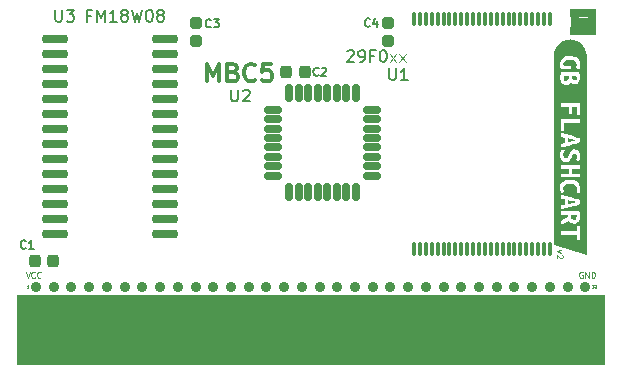
<source format=gbr>
%TF.GenerationSoftware,KiCad,Pcbnew,(6.0.2)*%
%TF.CreationDate,2022-03-22T22:46:16-04:00*%
%TF.ProjectId,MBC5_Short,4d424335-5f53-4686-9f72-742e6b696361,rev?*%
%TF.SameCoordinates,Original*%
%TF.FileFunction,Soldermask,Top*%
%TF.FilePolarity,Negative*%
%FSLAX46Y46*%
G04 Gerber Fmt 4.6, Leading zero omitted, Abs format (unit mm)*
G04 Created by KiCad (PCBNEW (6.0.2)) date 2022-03-22 22:46:16*
%MOMM*%
%LPD*%
G01*
G04 APERTURE LIST*
G04 Aperture macros list*
%AMRoundRect*
0 Rectangle with rounded corners*
0 $1 Rounding radius*
0 $2 $3 $4 $5 $6 $7 $8 $9 X,Y pos of 4 corners*
0 Add a 4 corners polygon primitive as box body*
4,1,4,$2,$3,$4,$5,$6,$7,$8,$9,$2,$3,0*
0 Add four circle primitives for the rounded corners*
1,1,$1+$1,$2,$3*
1,1,$1+$1,$4,$5*
1,1,$1+$1,$6,$7*
1,1,$1+$1,$8,$9*
0 Add four rect primitives between the rounded corners*
20,1,$1+$1,$2,$3,$4,$5,0*
20,1,$1+$1,$4,$5,$6,$7,0*
20,1,$1+$1,$6,$7,$8,$9,0*
20,1,$1+$1,$8,$9,$2,$3,0*%
G04 Aperture macros list end*
%ADD10C,0.125000*%
%ADD11C,0.100000*%
%ADD12C,0.056250*%
%ADD13C,0.200000*%
%ADD14C,0.140000*%
%ADD15C,0.300000*%
%ADD16RoundRect,0.050800X0.125000X-0.550000X0.125000X0.550000X-0.125000X0.550000X-0.125000X-0.550000X0*%
%ADD17RoundRect,0.275800X-0.250000X0.225000X-0.250000X-0.225000X0.250000X-0.225000X0.250000X0.225000X0*%
%ADD18RoundRect,0.275800X-0.225000X-0.250000X0.225000X-0.250000X0.225000X0.250000X-0.225000X0.250000X0*%
%ADD19R,2.250000X0.750000*%
%ADD20R,0.750000X2.250000*%
%ADD21RoundRect,0.200800X-0.875000X-0.150000X0.875000X-0.150000X0.875000X0.150000X-0.875000X0.150000X0*%
%ADD22RoundRect,0.175800X0.125000X-0.625000X0.125000X0.625000X-0.125000X0.625000X-0.125000X-0.625000X0*%
%ADD23RoundRect,0.175800X0.625000X-0.125000X0.625000X0.125000X-0.625000X0.125000X-0.625000X-0.125000X0*%
%ADD24C,0.901600*%
G04 APERTURE END LIST*
D10*
X156703333Y-91192380D02*
X157227142Y-90525714D01*
X156703333Y-90525714D02*
X157227142Y-91192380D01*
X157512857Y-91192380D02*
X158036666Y-90525714D01*
X157512857Y-90525714D02*
X158036666Y-91192380D01*
D11*
X171167142Y-107082857D02*
X170833809Y-107201904D01*
X171167142Y-107320952D01*
X171286190Y-107487619D02*
X171310000Y-107511428D01*
X171333809Y-107559047D01*
X171333809Y-107678095D01*
X171310000Y-107725714D01*
X171286190Y-107749523D01*
X171238571Y-107773333D01*
X171190952Y-107773333D01*
X171119523Y-107749523D01*
X170833809Y-107463809D01*
X170833809Y-107773333D01*
D12*
X126101428Y-110303095D02*
X125958571Y-110303095D01*
X126030000Y-110303095D02*
X126030000Y-110053095D01*
X126006190Y-110088809D01*
X125982380Y-110112619D01*
X125958571Y-110124523D01*
D11*
X125863333Y-108936190D02*
X126030000Y-109436190D01*
X126196666Y-108936190D01*
X126649047Y-109388571D02*
X126625238Y-109412380D01*
X126553809Y-109436190D01*
X126506190Y-109436190D01*
X126434761Y-109412380D01*
X126387142Y-109364761D01*
X126363333Y-109317142D01*
X126339523Y-109221904D01*
X126339523Y-109150476D01*
X126363333Y-109055238D01*
X126387142Y-109007619D01*
X126434761Y-108960000D01*
X126506190Y-108936190D01*
X126553809Y-108936190D01*
X126625238Y-108960000D01*
X126649047Y-108983809D01*
X127149047Y-109388571D02*
X127125238Y-109412380D01*
X127053809Y-109436190D01*
X127006190Y-109436190D01*
X126934761Y-109412380D01*
X126887142Y-109364761D01*
X126863333Y-109317142D01*
X126839523Y-109221904D01*
X126839523Y-109150476D01*
X126863333Y-109055238D01*
X126887142Y-109007619D01*
X126934761Y-108960000D01*
X127006190Y-108936190D01*
X127053809Y-108936190D01*
X127125238Y-108960000D01*
X127149047Y-108983809D01*
D12*
X173797619Y-110053095D02*
X173952380Y-110053095D01*
X173869047Y-110148333D01*
X173904761Y-110148333D01*
X173928571Y-110160238D01*
X173940476Y-110172142D01*
X173952380Y-110195952D01*
X173952380Y-110255476D01*
X173940476Y-110279285D01*
X173928571Y-110291190D01*
X173904761Y-110303095D01*
X173833333Y-110303095D01*
X173809523Y-110291190D01*
X173797619Y-110279285D01*
X174047619Y-110076904D02*
X174059523Y-110065000D01*
X174083333Y-110053095D01*
X174142857Y-110053095D01*
X174166666Y-110065000D01*
X174178571Y-110076904D01*
X174190476Y-110100714D01*
X174190476Y-110124523D01*
X174178571Y-110160238D01*
X174035714Y-110303095D01*
X174190476Y-110303095D01*
D11*
X173019047Y-108960000D02*
X172971428Y-108936190D01*
X172900000Y-108936190D01*
X172828571Y-108960000D01*
X172780952Y-109007619D01*
X172757142Y-109055238D01*
X172733333Y-109150476D01*
X172733333Y-109221904D01*
X172757142Y-109317142D01*
X172780952Y-109364761D01*
X172828571Y-109412380D01*
X172900000Y-109436190D01*
X172947619Y-109436190D01*
X173019047Y-109412380D01*
X173042857Y-109388571D01*
X173042857Y-109221904D01*
X172947619Y-109221904D01*
X173257142Y-109436190D02*
X173257142Y-108936190D01*
X173542857Y-109436190D01*
X173542857Y-108936190D01*
X173780952Y-109436190D02*
X173780952Y-108936190D01*
X173900000Y-108936190D01*
X173971428Y-108960000D01*
X174019047Y-109007619D01*
X174042857Y-109055238D01*
X174066666Y-109150476D01*
X174066666Y-109221904D01*
X174042857Y-109317142D01*
X174019047Y-109364761D01*
X173971428Y-109412380D01*
X173900000Y-109436190D01*
X173780952Y-109436190D01*
D13*
%TO.C,U1*%
X156658095Y-91692380D02*
X156658095Y-92501904D01*
X156705714Y-92597142D01*
X156753333Y-92644761D01*
X156848571Y-92692380D01*
X157039047Y-92692380D01*
X157134285Y-92644761D01*
X157181904Y-92597142D01*
X157229523Y-92501904D01*
X157229523Y-91692380D01*
X158229523Y-92692380D02*
X157658095Y-92692380D01*
X157943809Y-92692380D02*
X157943809Y-91692380D01*
X157848571Y-91835238D01*
X157753333Y-91930476D01*
X157658095Y-91978095D01*
X153090476Y-90257619D02*
X153138095Y-90210000D01*
X153233333Y-90162380D01*
X153471428Y-90162380D01*
X153566666Y-90210000D01*
X153614285Y-90257619D01*
X153661904Y-90352857D01*
X153661904Y-90448095D01*
X153614285Y-90590952D01*
X153042857Y-91162380D01*
X153661904Y-91162380D01*
X154138095Y-91162380D02*
X154328571Y-91162380D01*
X154423809Y-91114761D01*
X154471428Y-91067142D01*
X154566666Y-90924285D01*
X154614285Y-90733809D01*
X154614285Y-90352857D01*
X154566666Y-90257619D01*
X154519047Y-90210000D01*
X154423809Y-90162380D01*
X154233333Y-90162380D01*
X154138095Y-90210000D01*
X154090476Y-90257619D01*
X154042857Y-90352857D01*
X154042857Y-90590952D01*
X154090476Y-90686190D01*
X154138095Y-90733809D01*
X154233333Y-90781428D01*
X154423809Y-90781428D01*
X154519047Y-90733809D01*
X154566666Y-90686190D01*
X154614285Y-90590952D01*
X155376190Y-90638571D02*
X155042857Y-90638571D01*
X155042857Y-91162380D02*
X155042857Y-90162380D01*
X155519047Y-90162380D01*
X156090476Y-90162380D02*
X156185714Y-90162380D01*
X156280952Y-90210000D01*
X156328571Y-90257619D01*
X156376190Y-90352857D01*
X156423809Y-90543333D01*
X156423809Y-90781428D01*
X156376190Y-90971904D01*
X156328571Y-91067142D01*
X156280952Y-91114761D01*
X156185714Y-91162380D01*
X156090476Y-91162380D01*
X155995238Y-91114761D01*
X155947619Y-91067142D01*
X155900000Y-90971904D01*
X155852380Y-90781428D01*
X155852380Y-90543333D01*
X155900000Y-90352857D01*
X155947619Y-90257619D01*
X155995238Y-90210000D01*
X156090476Y-90162380D01*
D14*
%TO.C,C3*%
X141543333Y-88170000D02*
X141510000Y-88203333D01*
X141410000Y-88236666D01*
X141343333Y-88236666D01*
X141243333Y-88203333D01*
X141176666Y-88136666D01*
X141143333Y-88070000D01*
X141110000Y-87936666D01*
X141110000Y-87836666D01*
X141143333Y-87703333D01*
X141176666Y-87636666D01*
X141243333Y-87570000D01*
X141343333Y-87536666D01*
X141410000Y-87536666D01*
X141510000Y-87570000D01*
X141543333Y-87603333D01*
X141776666Y-87536666D02*
X142210000Y-87536666D01*
X141976666Y-87803333D01*
X142076666Y-87803333D01*
X142143333Y-87836666D01*
X142176666Y-87870000D01*
X142210000Y-87936666D01*
X142210000Y-88103333D01*
X142176666Y-88170000D01*
X142143333Y-88203333D01*
X142076666Y-88236666D01*
X141876666Y-88236666D01*
X141810000Y-88203333D01*
X141776666Y-88170000D01*
%TO.C,C1*%
X125873333Y-106900000D02*
X125840000Y-106933333D01*
X125740000Y-106966666D01*
X125673333Y-106966666D01*
X125573333Y-106933333D01*
X125506666Y-106866666D01*
X125473333Y-106800000D01*
X125440000Y-106666666D01*
X125440000Y-106566666D01*
X125473333Y-106433333D01*
X125506666Y-106366666D01*
X125573333Y-106300000D01*
X125673333Y-106266666D01*
X125740000Y-106266666D01*
X125840000Y-106300000D01*
X125873333Y-106333333D01*
X126540000Y-106966666D02*
X126140000Y-106966666D01*
X126340000Y-106966666D02*
X126340000Y-106266666D01*
X126273333Y-106366666D01*
X126206666Y-106433333D01*
X126140000Y-106466666D01*
%TO.C,C2*%
X150663333Y-92270000D02*
X150630000Y-92303333D01*
X150530000Y-92336666D01*
X150463333Y-92336666D01*
X150363333Y-92303333D01*
X150296666Y-92236666D01*
X150263333Y-92170000D01*
X150230000Y-92036666D01*
X150230000Y-91936666D01*
X150263333Y-91803333D01*
X150296666Y-91736666D01*
X150363333Y-91670000D01*
X150463333Y-91636666D01*
X150530000Y-91636666D01*
X150630000Y-91670000D01*
X150663333Y-91703333D01*
X150930000Y-91703333D02*
X150963333Y-91670000D01*
X151030000Y-91636666D01*
X151196666Y-91636666D01*
X151263333Y-91670000D01*
X151296666Y-91703333D01*
X151330000Y-91770000D01*
X151330000Y-91836666D01*
X151296666Y-91936666D01*
X150896666Y-92336666D01*
X151330000Y-92336666D01*
%TO.C,kibuzzard-622CFB3C*%
G36*
X171967381Y-102891808D02*
G01*
X172128472Y-102928479D01*
X172290873Y-102970389D01*
X172465062Y-103018848D01*
X172290873Y-103067306D01*
X172128472Y-103109216D01*
X171967381Y-103144578D01*
X171799741Y-103176010D01*
X171799741Y-102859066D01*
X171967381Y-102891808D01*
G37*
G36*
X171967381Y-97653058D02*
G01*
X172128472Y-97689729D01*
X172290873Y-97731639D01*
X172465062Y-97780098D01*
X172290873Y-97828556D01*
X172128472Y-97870466D01*
X171967381Y-97905828D01*
X171799741Y-97937260D01*
X171799741Y-97620316D01*
X171967381Y-97653058D01*
G37*
G36*
X170584940Y-90513524D02*
G01*
X170604981Y-90378421D01*
X170638168Y-90245934D01*
X170684180Y-90117337D01*
X170742576Y-89993869D01*
X170812793Y-89876719D01*
X170894154Y-89767017D01*
X170985876Y-89665817D01*
X171087076Y-89574095D01*
X171196779Y-89492733D01*
X171313928Y-89422517D01*
X171437396Y-89364121D01*
X171565993Y-89318108D01*
X171698481Y-89284922D01*
X171833584Y-89264881D01*
X171970000Y-89258179D01*
X172106416Y-89264881D01*
X172241519Y-89284922D01*
X172374007Y-89318108D01*
X172502604Y-89364121D01*
X172626072Y-89422517D01*
X172743221Y-89492733D01*
X172852924Y-89574095D01*
X172954124Y-89665817D01*
X173045846Y-89767017D01*
X173127207Y-89876719D01*
X173197424Y-89993869D01*
X173255820Y-90117337D01*
X173301832Y-90245934D01*
X173335019Y-90378421D01*
X173355060Y-90513524D01*
X173361761Y-90649941D01*
X173361761Y-107501821D01*
X170578239Y-106666764D01*
X170578239Y-105803243D01*
X171157994Y-105803243D01*
X172512211Y-105803243D01*
X172512211Y-106230201D01*
X172779387Y-106230201D01*
X172779387Y-105051483D01*
X172512211Y-105051483D01*
X172512211Y-105478441D01*
X171157994Y-105478441D01*
X171157994Y-105803243D01*
X170578239Y-105803243D01*
X170578239Y-104957185D01*
X171157994Y-104957185D01*
X171329563Y-104882533D01*
X171510300Y-104792165D01*
X171683178Y-104695248D01*
X171833793Y-104600950D01*
X171907790Y-104715548D01*
X172009291Y-104792165D01*
X172131092Y-104835384D01*
X172265989Y-104849791D01*
X172393356Y-104838986D01*
X172503043Y-104806571D01*
X172669373Y-104682151D01*
X172726345Y-104593092D01*
X172766290Y-104488317D01*
X172789864Y-104369135D01*
X172797723Y-104236857D01*
X172795103Y-104145179D01*
X172788555Y-104035165D01*
X172775458Y-103921222D01*
X172755813Y-103817757D01*
X171157994Y-103817757D01*
X171157994Y-104139940D01*
X171755211Y-104139940D01*
X171755211Y-104307580D01*
X171606889Y-104396311D01*
X171460532Y-104479149D01*
X171312209Y-104554129D01*
X171157994Y-104619286D01*
X171157994Y-104957185D01*
X170578239Y-104957185D01*
X170578239Y-103652736D01*
X171157994Y-103652736D01*
X171341821Y-103609517D01*
X171520306Y-103565773D01*
X171693446Y-103521506D01*
X171861244Y-103476714D01*
X172023697Y-103431399D01*
X172220723Y-103374346D01*
X172412347Y-103317129D01*
X172598568Y-103259748D01*
X172779387Y-103202204D01*
X172779387Y-102851208D01*
X172600042Y-102795710D01*
X172415621Y-102739229D01*
X172226126Y-102681767D01*
X172031555Y-102623322D01*
X171870464Y-102576278D01*
X171702562Y-102529444D01*
X171527850Y-102482819D01*
X171346327Y-102436403D01*
X171157994Y-102390198D01*
X171157994Y-102725478D01*
X171532564Y-102798820D01*
X171532564Y-103231017D01*
X171157994Y-103306979D01*
X171157994Y-103652736D01*
X170578239Y-103652736D01*
X170578239Y-101832271D01*
X171123942Y-101832271D01*
X171132782Y-101975354D01*
X171159303Y-102100757D01*
X171236575Y-102285423D01*
X171490654Y-102204222D01*
X171433028Y-102071944D01*
X171404215Y-101863703D01*
X171441214Y-101676745D01*
X171552210Y-101550688D01*
X171665279Y-101497573D01*
X171807162Y-101465704D01*
X171977858Y-101455081D01*
X172124543Y-101463921D01*
X172245034Y-101490442D01*
X172416603Y-101582120D01*
X172508282Y-101710470D01*
X172535785Y-101858465D01*
X172508282Y-102053608D01*
X172441488Y-102198983D01*
X172698186Y-102282803D01*
X172729619Y-102229106D01*
X172768909Y-102141357D01*
X172801652Y-102019556D01*
X172816058Y-101863703D01*
X172801979Y-101710142D01*
X172759742Y-101569024D01*
X172690328Y-101443294D01*
X172594721Y-101335899D01*
X172473902Y-101248478D01*
X172328854Y-101182666D01*
X172160560Y-101141411D01*
X171970000Y-101127659D01*
X171778622Y-101138955D01*
X171610491Y-101172843D01*
X171465607Y-101229323D01*
X171343969Y-101308396D01*
X171221732Y-101446932D01*
X171148389Y-101621557D01*
X171123942Y-101832271D01*
X170578239Y-101832271D01*
X170578239Y-100939064D01*
X171157994Y-100939064D01*
X172779387Y-100939064D01*
X172779387Y-100616881D01*
X172140259Y-100616881D01*
X172140259Y-100187303D01*
X172779387Y-100187303D01*
X172779387Y-99865120D01*
X171157994Y-99865120D01*
X171157994Y-100187303D01*
X171873083Y-100187303D01*
X171873083Y-100616881D01*
X171157994Y-100616881D01*
X171157994Y-100939064D01*
X170578239Y-100939064D01*
X170578239Y-99045256D01*
X171123942Y-99045256D01*
X171137766Y-99229049D01*
X171179240Y-99378790D01*
X171248362Y-99494479D01*
X171398649Y-99605475D01*
X171600668Y-99642473D01*
X171722796Y-99631341D01*
X171822005Y-99597944D01*
X171968690Y-99484001D01*
X172062988Y-99332077D01*
X172127163Y-99173605D01*
X172166453Y-99072759D01*
X172214912Y-98981081D01*
X172277777Y-98914287D01*
X172360287Y-98888093D01*
X172463607Y-98916615D01*
X172525599Y-99002182D01*
X172546263Y-99144792D01*
X172520069Y-99329458D01*
X172457204Y-99474833D01*
X172706044Y-99569131D01*
X172782006Y-99381845D01*
X172807545Y-99261027D01*
X172816058Y-99121218D01*
X172801797Y-98960708D01*
X172759014Y-98824937D01*
X172687709Y-98713905D01*
X172534475Y-98602909D01*
X172331474Y-98565910D01*
X172138950Y-98607820D01*
X172009291Y-98713905D01*
X171922851Y-98856661D01*
X171862606Y-99008585D01*
X171816767Y-99118598D01*
X171761760Y-99218135D01*
X171692346Y-99291477D01*
X171603288Y-99320290D01*
X171526016Y-99308503D01*
X171457912Y-99265283D01*
X171410763Y-99180154D01*
X171393738Y-99045256D01*
X171402905Y-98914614D01*
X171430409Y-98805583D01*
X171508990Y-98636633D01*
X171247053Y-98542336D01*
X171167162Y-98723073D01*
X171134747Y-98863864D01*
X171123942Y-99045256D01*
X170578239Y-99045256D01*
X170578239Y-98413986D01*
X171157994Y-98413986D01*
X171341821Y-98370767D01*
X171520306Y-98327023D01*
X171693446Y-98282756D01*
X171861244Y-98237964D01*
X172023697Y-98192649D01*
X172220723Y-98135596D01*
X172412347Y-98078379D01*
X172598568Y-98020998D01*
X172779387Y-97963454D01*
X172779387Y-97612458D01*
X172600042Y-97556960D01*
X172415621Y-97500479D01*
X172226126Y-97443017D01*
X172031555Y-97384572D01*
X171870464Y-97337528D01*
X171702562Y-97290694D01*
X171527850Y-97244069D01*
X171346327Y-97197653D01*
X171157994Y-97151448D01*
X171157994Y-97486728D01*
X171532564Y-97560070D01*
X171532564Y-97992267D01*
X171157994Y-98068229D01*
X171157994Y-98413986D01*
X170578239Y-98413986D01*
X170578239Y-97023098D01*
X171157994Y-97023098D01*
X171425170Y-97023098D01*
X171425170Y-96328964D01*
X172779387Y-96328964D01*
X172779387Y-96004161D01*
X171157994Y-96004161D01*
X171157994Y-97023098D01*
X170578239Y-97023098D01*
X170578239Y-94995702D01*
X171157994Y-94995702D01*
X171852128Y-94995702D01*
X171852128Y-95582442D01*
X172119304Y-95582442D01*
X172119304Y-94995702D01*
X172512211Y-94995702D01*
X172512211Y-95666262D01*
X172779387Y-95666262D01*
X172779387Y-94673519D01*
X171157994Y-94673519D01*
X171157994Y-94995702D01*
X170578239Y-94995702D01*
X170578239Y-92481102D01*
X171137039Y-92481102D01*
X171143260Y-92610434D01*
X171161923Y-92731252D01*
X171195320Y-92839956D01*
X171245743Y-92932944D01*
X171402905Y-93067842D01*
X171513246Y-93105168D01*
X171647817Y-93117610D01*
X171757831Y-93102876D01*
X171862606Y-93058674D01*
X171954284Y-92973217D01*
X172025007Y-92834718D01*
X172166453Y-92985332D01*
X172262060Y-93027569D01*
X172370764Y-93041648D01*
X172522688Y-93018074D01*
X172660205Y-92929015D01*
X172759742Y-92748278D01*
X172788227Y-92616000D01*
X172797723Y-92449670D01*
X172785935Y-92232261D01*
X172758432Y-92030570D01*
X171184188Y-92030570D01*
X171163560Y-92143857D01*
X171148826Y-92258455D01*
X171139986Y-92371743D01*
X171137039Y-92481102D01*
X170578239Y-92481102D01*
X170578239Y-91312861D01*
X171123942Y-91312861D01*
X171130490Y-91472970D01*
X171150136Y-91607540D01*
X171197284Y-91786968D01*
X172006671Y-91786968D01*
X172006671Y-91464785D01*
X171414693Y-91464785D01*
X171406834Y-91401920D01*
X171404215Y-91339055D01*
X171438594Y-91182547D01*
X171541732Y-91069259D01*
X171650436Y-91018327D01*
X171793192Y-90987767D01*
X171970000Y-90977581D01*
X172090164Y-90983147D01*
X172199195Y-90999845D01*
X172377313Y-91073188D01*
X172493875Y-91202847D01*
X172535785Y-91396681D01*
X172506972Y-91569560D01*
X172441488Y-91711006D01*
X172698186Y-91794826D01*
X172729619Y-91741129D01*
X172768909Y-91650760D01*
X172801652Y-91521101D01*
X172816058Y-91352151D01*
X172802634Y-91210050D01*
X172762361Y-91077117D01*
X172695239Y-90957281D01*
X172601269Y-90854470D01*
X172481106Y-90769995D01*
X172335403Y-90705166D01*
X172164816Y-90663911D01*
X171970000Y-90650159D01*
X171773219Y-90661946D01*
X171601978Y-90697308D01*
X171456602Y-90754279D01*
X171337421Y-90830896D01*
X171244433Y-90926176D01*
X171177639Y-91039136D01*
X171137366Y-91168468D01*
X171123942Y-91312861D01*
X170578239Y-91312861D01*
X170578239Y-90649941D01*
X170584940Y-90513524D01*
G37*
G36*
X172516140Y-104192328D02*
G01*
X172517449Y-104236857D01*
X172502388Y-104352764D01*
X172457204Y-104443788D01*
X172379932Y-104502724D01*
X172268609Y-104522369D01*
X172086562Y-104449026D01*
X172038431Y-104352764D01*
X172022388Y-104210663D01*
X172022388Y-104139940D01*
X172509591Y-104139940D01*
X172516140Y-104192328D01*
G37*
G36*
X172514830Y-92423476D02*
G01*
X172517449Y-92499438D01*
X172510901Y-92585877D01*
X172484707Y-92659220D01*
X172429700Y-92708988D01*
X172336713Y-92727323D01*
X172188718Y-92664458D01*
X172135021Y-92478483D01*
X172135021Y-92352753D01*
X172506972Y-92352753D01*
X172514830Y-92423476D01*
G37*
G36*
X171867844Y-92525631D02*
G01*
X171816767Y-92726014D01*
X171647817Y-92800666D01*
X171531255Y-92774472D01*
X171460532Y-92707678D01*
X171426480Y-92614690D01*
X171417312Y-92507296D01*
X171419931Y-92427405D01*
X171427789Y-92352753D01*
X171867844Y-92352753D01*
X171867844Y-92525631D01*
G37*
%TO.C,C4*%
X155023333Y-88100000D02*
X154990000Y-88133333D01*
X154890000Y-88166666D01*
X154823333Y-88166666D01*
X154723333Y-88133333D01*
X154656666Y-88066666D01*
X154623333Y-88000000D01*
X154590000Y-87866666D01*
X154590000Y-87766666D01*
X154623333Y-87633333D01*
X154656666Y-87566666D01*
X154723333Y-87500000D01*
X154823333Y-87466666D01*
X154890000Y-87466666D01*
X154990000Y-87500000D01*
X155023333Y-87533333D01*
X155623333Y-87700000D02*
X155623333Y-88166666D01*
X155456666Y-87433333D02*
X155290000Y-87933333D01*
X155723333Y-87933333D01*
D11*
%TO.C,GNDPAD*%
X173470000Y-88155000D02*
X172720000Y-88155000D01*
X172720000Y-88155000D02*
X172720000Y-87405000D01*
X172720000Y-87405000D02*
X173470000Y-87405000D01*
X173470000Y-87405000D02*
X173470000Y-88155000D01*
G36*
X173470000Y-88155000D02*
G01*
X172720000Y-88155000D01*
X172720000Y-87405000D01*
X173470000Y-87405000D01*
X173470000Y-88155000D01*
G37*
X173470000Y-88155000D02*
X172720000Y-88155000D01*
X172720000Y-87405000D01*
X173470000Y-87405000D01*
X173470000Y-88155000D01*
D13*
%TO.C,U3*%
X128378095Y-86752380D02*
X128378095Y-87561904D01*
X128425714Y-87657142D01*
X128473333Y-87704761D01*
X128568571Y-87752380D01*
X128759047Y-87752380D01*
X128854285Y-87704761D01*
X128901904Y-87657142D01*
X128949523Y-87561904D01*
X128949523Y-86752380D01*
X129330476Y-86752380D02*
X129949523Y-86752380D01*
X129616190Y-87133333D01*
X129759047Y-87133333D01*
X129854285Y-87180952D01*
X129901904Y-87228571D01*
X129949523Y-87323809D01*
X129949523Y-87561904D01*
X129901904Y-87657142D01*
X129854285Y-87704761D01*
X129759047Y-87752380D01*
X129473333Y-87752380D01*
X129378095Y-87704761D01*
X129330476Y-87657142D01*
X131385238Y-87228571D02*
X131051904Y-87228571D01*
X131051904Y-87752380D02*
X131051904Y-86752380D01*
X131528095Y-86752380D01*
X131909047Y-87752380D02*
X131909047Y-86752380D01*
X132242380Y-87466666D01*
X132575714Y-86752380D01*
X132575714Y-87752380D01*
X133575714Y-87752380D02*
X133004285Y-87752380D01*
X133290000Y-87752380D02*
X133290000Y-86752380D01*
X133194761Y-86895238D01*
X133099523Y-86990476D01*
X133004285Y-87038095D01*
X134147142Y-87180952D02*
X134051904Y-87133333D01*
X134004285Y-87085714D01*
X133956666Y-86990476D01*
X133956666Y-86942857D01*
X134004285Y-86847619D01*
X134051904Y-86800000D01*
X134147142Y-86752380D01*
X134337619Y-86752380D01*
X134432857Y-86800000D01*
X134480476Y-86847619D01*
X134528095Y-86942857D01*
X134528095Y-86990476D01*
X134480476Y-87085714D01*
X134432857Y-87133333D01*
X134337619Y-87180952D01*
X134147142Y-87180952D01*
X134051904Y-87228571D01*
X134004285Y-87276190D01*
X133956666Y-87371428D01*
X133956666Y-87561904D01*
X134004285Y-87657142D01*
X134051904Y-87704761D01*
X134147142Y-87752380D01*
X134337619Y-87752380D01*
X134432857Y-87704761D01*
X134480476Y-87657142D01*
X134528095Y-87561904D01*
X134528095Y-87371428D01*
X134480476Y-87276190D01*
X134432857Y-87228571D01*
X134337619Y-87180952D01*
X134861428Y-86752380D02*
X135099523Y-87752380D01*
X135290000Y-87038095D01*
X135480476Y-87752380D01*
X135718571Y-86752380D01*
X136290000Y-86752380D02*
X136385238Y-86752380D01*
X136480476Y-86800000D01*
X136528095Y-86847619D01*
X136575714Y-86942857D01*
X136623333Y-87133333D01*
X136623333Y-87371428D01*
X136575714Y-87561904D01*
X136528095Y-87657142D01*
X136480476Y-87704761D01*
X136385238Y-87752380D01*
X136290000Y-87752380D01*
X136194761Y-87704761D01*
X136147142Y-87657142D01*
X136099523Y-87561904D01*
X136051904Y-87371428D01*
X136051904Y-87133333D01*
X136099523Y-86942857D01*
X136147142Y-86847619D01*
X136194761Y-86800000D01*
X136290000Y-86752380D01*
X137194761Y-87180952D02*
X137099523Y-87133333D01*
X137051904Y-87085714D01*
X137004285Y-86990476D01*
X137004285Y-86942857D01*
X137051904Y-86847619D01*
X137099523Y-86800000D01*
X137194761Y-86752380D01*
X137385238Y-86752380D01*
X137480476Y-86800000D01*
X137528095Y-86847619D01*
X137575714Y-86942857D01*
X137575714Y-86990476D01*
X137528095Y-87085714D01*
X137480476Y-87133333D01*
X137385238Y-87180952D01*
X137194761Y-87180952D01*
X137099523Y-87228571D01*
X137051904Y-87276190D01*
X137004285Y-87371428D01*
X137004285Y-87561904D01*
X137051904Y-87657142D01*
X137099523Y-87704761D01*
X137194761Y-87752380D01*
X137385238Y-87752380D01*
X137480476Y-87704761D01*
X137528095Y-87657142D01*
X137575714Y-87561904D01*
X137575714Y-87371428D01*
X137528095Y-87276190D01*
X137480476Y-87228571D01*
X137385238Y-87180952D01*
%TO.C,U2*%
X143278095Y-93502380D02*
X143278095Y-94311904D01*
X143325714Y-94407142D01*
X143373333Y-94454761D01*
X143468571Y-94502380D01*
X143659047Y-94502380D01*
X143754285Y-94454761D01*
X143801904Y-94407142D01*
X143849523Y-94311904D01*
X143849523Y-93502380D01*
X144278095Y-93597619D02*
X144325714Y-93550000D01*
X144420952Y-93502380D01*
X144659047Y-93502380D01*
X144754285Y-93550000D01*
X144801904Y-93597619D01*
X144849523Y-93692857D01*
X144849523Y-93788095D01*
X144801904Y-93930952D01*
X144230476Y-94502380D01*
X144849523Y-94502380D01*
D15*
X141235714Y-92808571D02*
X141235714Y-91308571D01*
X141735714Y-92380000D01*
X142235714Y-91308571D01*
X142235714Y-92808571D01*
X143450000Y-92022857D02*
X143664285Y-92094285D01*
X143735714Y-92165714D01*
X143807142Y-92308571D01*
X143807142Y-92522857D01*
X143735714Y-92665714D01*
X143664285Y-92737142D01*
X143521428Y-92808571D01*
X142950000Y-92808571D01*
X142950000Y-91308571D01*
X143450000Y-91308571D01*
X143592857Y-91380000D01*
X143664285Y-91451428D01*
X143735714Y-91594285D01*
X143735714Y-91737142D01*
X143664285Y-91880000D01*
X143592857Y-91951428D01*
X143450000Y-92022857D01*
X142950000Y-92022857D01*
X145307142Y-92665714D02*
X145235714Y-92737142D01*
X145021428Y-92808571D01*
X144878571Y-92808571D01*
X144664285Y-92737142D01*
X144521428Y-92594285D01*
X144450000Y-92451428D01*
X144378571Y-92165714D01*
X144378571Y-91951428D01*
X144450000Y-91665714D01*
X144521428Y-91522857D01*
X144664285Y-91380000D01*
X144878571Y-91308571D01*
X145021428Y-91308571D01*
X145235714Y-91380000D01*
X145307142Y-91451428D01*
X146664285Y-91308571D02*
X145950000Y-91308571D01*
X145878571Y-92022857D01*
X145950000Y-91951428D01*
X146092857Y-91880000D01*
X146450000Y-91880000D01*
X146592857Y-91951428D01*
X146664285Y-92022857D01*
X146735714Y-92165714D01*
X146735714Y-92522857D01*
X146664285Y-92665714D01*
X146592857Y-92737142D01*
X146450000Y-92808571D01*
X146092857Y-92808571D01*
X145950000Y-92737142D01*
X145878571Y-92665714D01*
%TO.C,J1*%
G36*
X148250000Y-115590000D02*
G01*
X147250000Y-115590000D01*
X147250000Y-110890000D01*
X148250000Y-110890000D01*
X148250000Y-115590000D01*
G37*
G36*
X127250000Y-115890000D02*
G01*
X126250000Y-115890000D01*
X125750000Y-115390000D01*
X125750000Y-110890000D01*
X127250000Y-110890000D01*
X127250000Y-115890000D01*
G37*
G36*
X160250000Y-115590000D02*
G01*
X159250000Y-115590000D01*
X159250000Y-110890000D01*
X160250000Y-110890000D01*
X160250000Y-115590000D01*
G37*
G36*
X134750000Y-115590000D02*
G01*
X133750000Y-115590000D01*
X133750000Y-110890000D01*
X134750000Y-110890000D01*
X134750000Y-115590000D01*
G37*
G36*
X142250000Y-115590000D02*
G01*
X141250000Y-115590000D01*
X141250000Y-110890000D01*
X142250000Y-110890000D01*
X142250000Y-115590000D01*
G37*
G36*
X174900000Y-116840000D02*
G01*
X125100000Y-116840000D01*
X125100000Y-110890000D01*
X174900000Y-110890000D01*
X174900000Y-116840000D01*
G37*
G36*
X137750000Y-115590000D02*
G01*
X136750000Y-115590000D01*
X136750000Y-110890000D01*
X137750000Y-110890000D01*
X137750000Y-115590000D01*
G37*
G36*
X146750000Y-115590000D02*
G01*
X145750000Y-115590000D01*
X145750000Y-110890000D01*
X146750000Y-110890000D01*
X146750000Y-115590000D01*
G37*
G36*
X161750000Y-115590000D02*
G01*
X160750000Y-115590000D01*
X160750000Y-110890000D01*
X161750000Y-110890000D01*
X161750000Y-115590000D01*
G37*
G36*
X166250000Y-115590000D02*
G01*
X165250000Y-115590000D01*
X165250000Y-110890000D01*
X166250000Y-110890000D01*
X166250000Y-115590000D01*
G37*
G36*
X131750000Y-115590000D02*
G01*
X130750000Y-115590000D01*
X130750000Y-110890000D01*
X131750000Y-110890000D01*
X131750000Y-115590000D01*
G37*
G36*
X155750000Y-115590000D02*
G01*
X154750000Y-115590000D01*
X154750000Y-110890000D01*
X155750000Y-110890000D01*
X155750000Y-115590000D01*
G37*
G36*
X172250000Y-115590000D02*
G01*
X171250000Y-115590000D01*
X171250000Y-110890000D01*
X172250000Y-110890000D01*
X172250000Y-115590000D01*
G37*
G36*
X149750000Y-115590000D02*
G01*
X148750000Y-115590000D01*
X148750000Y-110890000D01*
X149750000Y-110890000D01*
X149750000Y-115590000D01*
G37*
G36*
X151250000Y-115590000D02*
G01*
X150250000Y-115590000D01*
X150250000Y-110890000D01*
X151250000Y-110890000D01*
X151250000Y-115590000D01*
G37*
G36*
X130250000Y-115590000D02*
G01*
X129250000Y-115590000D01*
X129250000Y-110890000D01*
X130250000Y-110890000D01*
X130250000Y-115590000D01*
G37*
G36*
X140750000Y-115590000D02*
G01*
X139750000Y-115590000D01*
X139750000Y-110890000D01*
X140750000Y-110890000D01*
X140750000Y-115590000D01*
G37*
G36*
X174250000Y-115390000D02*
G01*
X173750000Y-115890000D01*
X172750000Y-115890000D01*
X172750000Y-110890000D01*
X174250000Y-110890000D01*
X174250000Y-115390000D01*
G37*
G36*
X170750000Y-115590000D02*
G01*
X169750000Y-115590000D01*
X169750000Y-110890000D01*
X170750000Y-110890000D01*
X170750000Y-115590000D01*
G37*
G36*
X163250000Y-115590000D02*
G01*
X162250000Y-115590000D01*
X162250000Y-110890000D01*
X163250000Y-110890000D01*
X163250000Y-115590000D01*
G37*
G36*
X158750000Y-115590000D02*
G01*
X157750000Y-115590000D01*
X157750000Y-110890000D01*
X158750000Y-110890000D01*
X158750000Y-115590000D01*
G37*
G36*
X143750000Y-115590000D02*
G01*
X142750000Y-115590000D01*
X142750000Y-110890000D01*
X143750000Y-110890000D01*
X143750000Y-115590000D01*
G37*
G36*
X169250000Y-115590000D02*
G01*
X168250000Y-115590000D01*
X168250000Y-110890000D01*
X169250000Y-110890000D01*
X169250000Y-115590000D01*
G37*
G36*
X128750000Y-115590000D02*
G01*
X127750000Y-115590000D01*
X127750000Y-110890000D01*
X128750000Y-110890000D01*
X128750000Y-115590000D01*
G37*
G36*
X164750000Y-115590000D02*
G01*
X163750000Y-115590000D01*
X163750000Y-110890000D01*
X164750000Y-110890000D01*
X164750000Y-115590000D01*
G37*
G36*
X152750000Y-115590000D02*
G01*
X151750000Y-115590000D01*
X151750000Y-110890000D01*
X152750000Y-110890000D01*
X152750000Y-115590000D01*
G37*
G36*
X139250000Y-115590000D02*
G01*
X138250000Y-115590000D01*
X138250000Y-110890000D01*
X139250000Y-110890000D01*
X139250000Y-115590000D01*
G37*
G36*
X154250000Y-115590000D02*
G01*
X153250000Y-115590000D01*
X153250000Y-110890000D01*
X154250000Y-110890000D01*
X154250000Y-115590000D01*
G37*
G36*
X167750000Y-115590000D02*
G01*
X166750000Y-115590000D01*
X166750000Y-110890000D01*
X167750000Y-110890000D01*
X167750000Y-115590000D01*
G37*
G36*
X133250000Y-115590000D02*
G01*
X132250000Y-115590000D01*
X132250000Y-110890000D01*
X133250000Y-110890000D01*
X133250000Y-115590000D01*
G37*
G36*
X136250000Y-115590000D02*
G01*
X135250000Y-115590000D01*
X135250000Y-110890000D01*
X136250000Y-110890000D01*
X136250000Y-115590000D01*
G37*
G36*
X157250000Y-115590000D02*
G01*
X156250000Y-115590000D01*
X156250000Y-110890000D01*
X157250000Y-110890000D01*
X157250000Y-115590000D01*
G37*
G36*
X145250000Y-115590000D02*
G01*
X144250000Y-115590000D01*
X144250000Y-110890000D01*
X145250000Y-110890000D01*
X145250000Y-115590000D01*
G37*
D10*
X156703333Y-91192380D02*
X157227142Y-90525714D01*
X156703333Y-90525714D02*
X157227142Y-91192380D01*
X157512857Y-91192380D02*
X158036666Y-90525714D01*
X157512857Y-90525714D02*
X158036666Y-91192380D01*
D11*
X171167142Y-107082857D02*
X170833809Y-107201904D01*
X171167142Y-107320952D01*
X171286190Y-107487619D02*
X171310000Y-107511428D01*
X171333809Y-107559047D01*
X171333809Y-107678095D01*
X171310000Y-107725714D01*
X171286190Y-107749523D01*
X171238571Y-107773333D01*
X171190952Y-107773333D01*
X171119523Y-107749523D01*
X170833809Y-107463809D01*
X170833809Y-107773333D01*
D12*
X126101428Y-110303095D02*
X125958571Y-110303095D01*
X126030000Y-110303095D02*
X126030000Y-110053095D01*
X126006190Y-110088809D01*
X125982380Y-110112619D01*
X125958571Y-110124523D01*
D11*
X125863333Y-108936190D02*
X126030000Y-109436190D01*
X126196666Y-108936190D01*
X126649047Y-109388571D02*
X126625238Y-109412380D01*
X126553809Y-109436190D01*
X126506190Y-109436190D01*
X126434761Y-109412380D01*
X126387142Y-109364761D01*
X126363333Y-109317142D01*
X126339523Y-109221904D01*
X126339523Y-109150476D01*
X126363333Y-109055238D01*
X126387142Y-109007619D01*
X126434761Y-108960000D01*
X126506190Y-108936190D01*
X126553809Y-108936190D01*
X126625238Y-108960000D01*
X126649047Y-108983809D01*
X127149047Y-109388571D02*
X127125238Y-109412380D01*
X127053809Y-109436190D01*
X127006190Y-109436190D01*
X126934761Y-109412380D01*
X126887142Y-109364761D01*
X126863333Y-109317142D01*
X126839523Y-109221904D01*
X126839523Y-109150476D01*
X126863333Y-109055238D01*
X126887142Y-109007619D01*
X126934761Y-108960000D01*
X127006190Y-108936190D01*
X127053809Y-108936190D01*
X127125238Y-108960000D01*
X127149047Y-108983809D01*
D12*
X173797619Y-110053095D02*
X173952380Y-110053095D01*
X173869047Y-110148333D01*
X173904761Y-110148333D01*
X173928571Y-110160238D01*
X173940476Y-110172142D01*
X173952380Y-110195952D01*
X173952380Y-110255476D01*
X173940476Y-110279285D01*
X173928571Y-110291190D01*
X173904761Y-110303095D01*
X173833333Y-110303095D01*
X173809523Y-110291190D01*
X173797619Y-110279285D01*
X174047619Y-110076904D02*
X174059523Y-110065000D01*
X174083333Y-110053095D01*
X174142857Y-110053095D01*
X174166666Y-110065000D01*
X174178571Y-110076904D01*
X174190476Y-110100714D01*
X174190476Y-110124523D01*
X174178571Y-110160238D01*
X174035714Y-110303095D01*
X174190476Y-110303095D01*
D11*
X173019047Y-108960000D02*
X172971428Y-108936190D01*
X172900000Y-108936190D01*
X172828571Y-108960000D01*
X172780952Y-109007619D01*
X172757142Y-109055238D01*
X172733333Y-109150476D01*
X172733333Y-109221904D01*
X172757142Y-109317142D01*
X172780952Y-109364761D01*
X172828571Y-109412380D01*
X172900000Y-109436190D01*
X172947619Y-109436190D01*
X173019047Y-109412380D01*
X173042857Y-109388571D01*
X173042857Y-109221904D01*
X172947619Y-109221904D01*
X173257142Y-109436190D02*
X173257142Y-108936190D01*
X173542857Y-109436190D01*
X173542857Y-108936190D01*
X173780952Y-109436190D02*
X173780952Y-108936190D01*
X173900000Y-108936190D01*
X173971428Y-108960000D01*
X174019047Y-109007619D01*
X174042857Y-109055238D01*
X174066666Y-109150476D01*
X174066666Y-109221904D01*
X174042857Y-109317142D01*
X174019047Y-109364761D01*
X173971428Y-109412380D01*
X173900000Y-109436190D01*
X173780952Y-109436190D01*
D13*
%TO.C,U1*%
X156658095Y-91692380D02*
X156658095Y-92501904D01*
X156705714Y-92597142D01*
X156753333Y-92644761D01*
X156848571Y-92692380D01*
X157039047Y-92692380D01*
X157134285Y-92644761D01*
X157181904Y-92597142D01*
X157229523Y-92501904D01*
X157229523Y-91692380D01*
X158229523Y-92692380D02*
X157658095Y-92692380D01*
X157943809Y-92692380D02*
X157943809Y-91692380D01*
X157848571Y-91835238D01*
X157753333Y-91930476D01*
X157658095Y-91978095D01*
X153090476Y-90257619D02*
X153138095Y-90210000D01*
X153233333Y-90162380D01*
X153471428Y-90162380D01*
X153566666Y-90210000D01*
X153614285Y-90257619D01*
X153661904Y-90352857D01*
X153661904Y-90448095D01*
X153614285Y-90590952D01*
X153042857Y-91162380D01*
X153661904Y-91162380D01*
X154138095Y-91162380D02*
X154328571Y-91162380D01*
X154423809Y-91114761D01*
X154471428Y-91067142D01*
X154566666Y-90924285D01*
X154614285Y-90733809D01*
X154614285Y-90352857D01*
X154566666Y-90257619D01*
X154519047Y-90210000D01*
X154423809Y-90162380D01*
X154233333Y-90162380D01*
X154138095Y-90210000D01*
X154090476Y-90257619D01*
X154042857Y-90352857D01*
X154042857Y-90590952D01*
X154090476Y-90686190D01*
X154138095Y-90733809D01*
X154233333Y-90781428D01*
X154423809Y-90781428D01*
X154519047Y-90733809D01*
X154566666Y-90686190D01*
X154614285Y-90590952D01*
X155376190Y-90638571D02*
X155042857Y-90638571D01*
X155042857Y-91162380D02*
X155042857Y-90162380D01*
X155519047Y-90162380D01*
X156090476Y-90162380D02*
X156185714Y-90162380D01*
X156280952Y-90210000D01*
X156328571Y-90257619D01*
X156376190Y-90352857D01*
X156423809Y-90543333D01*
X156423809Y-90781428D01*
X156376190Y-90971904D01*
X156328571Y-91067142D01*
X156280952Y-91114761D01*
X156185714Y-91162380D01*
X156090476Y-91162380D01*
X155995238Y-91114761D01*
X155947619Y-91067142D01*
X155900000Y-90971904D01*
X155852380Y-90781428D01*
X155852380Y-90543333D01*
X155900000Y-90352857D01*
X155947619Y-90257619D01*
X155995238Y-90210000D01*
X156090476Y-90162380D01*
D14*
%TO.C,C3*%
X141543333Y-88170000D02*
X141510000Y-88203333D01*
X141410000Y-88236666D01*
X141343333Y-88236666D01*
X141243333Y-88203333D01*
X141176666Y-88136666D01*
X141143333Y-88070000D01*
X141110000Y-87936666D01*
X141110000Y-87836666D01*
X141143333Y-87703333D01*
X141176666Y-87636666D01*
X141243333Y-87570000D01*
X141343333Y-87536666D01*
X141410000Y-87536666D01*
X141510000Y-87570000D01*
X141543333Y-87603333D01*
X141776666Y-87536666D02*
X142210000Y-87536666D01*
X141976666Y-87803333D01*
X142076666Y-87803333D01*
X142143333Y-87836666D01*
X142176666Y-87870000D01*
X142210000Y-87936666D01*
X142210000Y-88103333D01*
X142176666Y-88170000D01*
X142143333Y-88203333D01*
X142076666Y-88236666D01*
X141876666Y-88236666D01*
X141810000Y-88203333D01*
X141776666Y-88170000D01*
%TO.C,C1*%
X125873333Y-106900000D02*
X125840000Y-106933333D01*
X125740000Y-106966666D01*
X125673333Y-106966666D01*
X125573333Y-106933333D01*
X125506666Y-106866666D01*
X125473333Y-106800000D01*
X125440000Y-106666666D01*
X125440000Y-106566666D01*
X125473333Y-106433333D01*
X125506666Y-106366666D01*
X125573333Y-106300000D01*
X125673333Y-106266666D01*
X125740000Y-106266666D01*
X125840000Y-106300000D01*
X125873333Y-106333333D01*
X126540000Y-106966666D02*
X126140000Y-106966666D01*
X126340000Y-106966666D02*
X126340000Y-106266666D01*
X126273333Y-106366666D01*
X126206666Y-106433333D01*
X126140000Y-106466666D01*
%TO.C,C2*%
X150663333Y-92270000D02*
X150630000Y-92303333D01*
X150530000Y-92336666D01*
X150463333Y-92336666D01*
X150363333Y-92303333D01*
X150296666Y-92236666D01*
X150263333Y-92170000D01*
X150230000Y-92036666D01*
X150230000Y-91936666D01*
X150263333Y-91803333D01*
X150296666Y-91736666D01*
X150363333Y-91670000D01*
X150463333Y-91636666D01*
X150530000Y-91636666D01*
X150630000Y-91670000D01*
X150663333Y-91703333D01*
X150930000Y-91703333D02*
X150963333Y-91670000D01*
X151030000Y-91636666D01*
X151196666Y-91636666D01*
X151263333Y-91670000D01*
X151296666Y-91703333D01*
X151330000Y-91770000D01*
X151330000Y-91836666D01*
X151296666Y-91936666D01*
X150896666Y-92336666D01*
X151330000Y-92336666D01*
%TO.C,C4*%
X155023333Y-88100000D02*
X154990000Y-88133333D01*
X154890000Y-88166666D01*
X154823333Y-88166666D01*
X154723333Y-88133333D01*
X154656666Y-88066666D01*
X154623333Y-88000000D01*
X154590000Y-87866666D01*
X154590000Y-87766666D01*
X154623333Y-87633333D01*
X154656666Y-87566666D01*
X154723333Y-87500000D01*
X154823333Y-87466666D01*
X154890000Y-87466666D01*
X154990000Y-87500000D01*
X155023333Y-87533333D01*
X155623333Y-87700000D02*
X155623333Y-88166666D01*
X155456666Y-87433333D02*
X155290000Y-87933333D01*
X155723333Y-87933333D01*
D13*
%TO.C,U3*%
X128378095Y-86752380D02*
X128378095Y-87561904D01*
X128425714Y-87657142D01*
X128473333Y-87704761D01*
X128568571Y-87752380D01*
X128759047Y-87752380D01*
X128854285Y-87704761D01*
X128901904Y-87657142D01*
X128949523Y-87561904D01*
X128949523Y-86752380D01*
X129330476Y-86752380D02*
X129949523Y-86752380D01*
X129616190Y-87133333D01*
X129759047Y-87133333D01*
X129854285Y-87180952D01*
X129901904Y-87228571D01*
X129949523Y-87323809D01*
X129949523Y-87561904D01*
X129901904Y-87657142D01*
X129854285Y-87704761D01*
X129759047Y-87752380D01*
X129473333Y-87752380D01*
X129378095Y-87704761D01*
X129330476Y-87657142D01*
X131385238Y-87228571D02*
X131051904Y-87228571D01*
X131051904Y-87752380D02*
X131051904Y-86752380D01*
X131528095Y-86752380D01*
X131909047Y-87752380D02*
X131909047Y-86752380D01*
X132242380Y-87466666D01*
X132575714Y-86752380D01*
X132575714Y-87752380D01*
X133575714Y-87752380D02*
X133004285Y-87752380D01*
X133290000Y-87752380D02*
X133290000Y-86752380D01*
X133194761Y-86895238D01*
X133099523Y-86990476D01*
X133004285Y-87038095D01*
X134147142Y-87180952D02*
X134051904Y-87133333D01*
X134004285Y-87085714D01*
X133956666Y-86990476D01*
X133956666Y-86942857D01*
X134004285Y-86847619D01*
X134051904Y-86800000D01*
X134147142Y-86752380D01*
X134337619Y-86752380D01*
X134432857Y-86800000D01*
X134480476Y-86847619D01*
X134528095Y-86942857D01*
X134528095Y-86990476D01*
X134480476Y-87085714D01*
X134432857Y-87133333D01*
X134337619Y-87180952D01*
X134147142Y-87180952D01*
X134051904Y-87228571D01*
X134004285Y-87276190D01*
X133956666Y-87371428D01*
X133956666Y-87561904D01*
X134004285Y-87657142D01*
X134051904Y-87704761D01*
X134147142Y-87752380D01*
X134337619Y-87752380D01*
X134432857Y-87704761D01*
X134480476Y-87657142D01*
X134528095Y-87561904D01*
X134528095Y-87371428D01*
X134480476Y-87276190D01*
X134432857Y-87228571D01*
X134337619Y-87180952D01*
X134861428Y-86752380D02*
X135099523Y-87752380D01*
X135290000Y-87038095D01*
X135480476Y-87752380D01*
X135718571Y-86752380D01*
X136290000Y-86752380D02*
X136385238Y-86752380D01*
X136480476Y-86800000D01*
X136528095Y-86847619D01*
X136575714Y-86942857D01*
X136623333Y-87133333D01*
X136623333Y-87371428D01*
X136575714Y-87561904D01*
X136528095Y-87657142D01*
X136480476Y-87704761D01*
X136385238Y-87752380D01*
X136290000Y-87752380D01*
X136194761Y-87704761D01*
X136147142Y-87657142D01*
X136099523Y-87561904D01*
X136051904Y-87371428D01*
X136051904Y-87133333D01*
X136099523Y-86942857D01*
X136147142Y-86847619D01*
X136194761Y-86800000D01*
X136290000Y-86752380D01*
X137194761Y-87180952D02*
X137099523Y-87133333D01*
X137051904Y-87085714D01*
X137004285Y-86990476D01*
X137004285Y-86942857D01*
X137051904Y-86847619D01*
X137099523Y-86800000D01*
X137194761Y-86752380D01*
X137385238Y-86752380D01*
X137480476Y-86800000D01*
X137528095Y-86847619D01*
X137575714Y-86942857D01*
X137575714Y-86990476D01*
X137528095Y-87085714D01*
X137480476Y-87133333D01*
X137385238Y-87180952D01*
X137194761Y-87180952D01*
X137099523Y-87228571D01*
X137051904Y-87276190D01*
X137004285Y-87371428D01*
X137004285Y-87561904D01*
X137051904Y-87657142D01*
X137099523Y-87704761D01*
X137194761Y-87752380D01*
X137385238Y-87752380D01*
X137480476Y-87704761D01*
X137528095Y-87657142D01*
X137575714Y-87561904D01*
X137575714Y-87371428D01*
X137528095Y-87276190D01*
X137480476Y-87228571D01*
X137385238Y-87180952D01*
%TO.C,U2*%
X143278095Y-93502380D02*
X143278095Y-94311904D01*
X143325714Y-94407142D01*
X143373333Y-94454761D01*
X143468571Y-94502380D01*
X143659047Y-94502380D01*
X143754285Y-94454761D01*
X143801904Y-94407142D01*
X143849523Y-94311904D01*
X143849523Y-93502380D01*
X144278095Y-93597619D02*
X144325714Y-93550000D01*
X144420952Y-93502380D01*
X144659047Y-93502380D01*
X144754285Y-93550000D01*
X144801904Y-93597619D01*
X144849523Y-93692857D01*
X144849523Y-93788095D01*
X144801904Y-93930952D01*
X144230476Y-94502380D01*
X144849523Y-94502380D01*
D15*
X141235714Y-92808571D02*
X141235714Y-91308571D01*
X141735714Y-92380000D01*
X142235714Y-91308571D01*
X142235714Y-92808571D01*
X143450000Y-92022857D02*
X143664285Y-92094285D01*
X143735714Y-92165714D01*
X143807142Y-92308571D01*
X143807142Y-92522857D01*
X143735714Y-92665714D01*
X143664285Y-92737142D01*
X143521428Y-92808571D01*
X142950000Y-92808571D01*
X142950000Y-91308571D01*
X143450000Y-91308571D01*
X143592857Y-91380000D01*
X143664285Y-91451428D01*
X143735714Y-91594285D01*
X143735714Y-91737142D01*
X143664285Y-91880000D01*
X143592857Y-91951428D01*
X143450000Y-92022857D01*
X142950000Y-92022857D01*
X145307142Y-92665714D02*
X145235714Y-92737142D01*
X145021428Y-92808571D01*
X144878571Y-92808571D01*
X144664285Y-92737142D01*
X144521428Y-92594285D01*
X144450000Y-92451428D01*
X144378571Y-92165714D01*
X144378571Y-91951428D01*
X144450000Y-91665714D01*
X144521428Y-91522857D01*
X144664285Y-91380000D01*
X144878571Y-91308571D01*
X145021428Y-91308571D01*
X145235714Y-91380000D01*
X145307142Y-91451428D01*
X146664285Y-91308571D02*
X145950000Y-91308571D01*
X145878571Y-92022857D01*
X145950000Y-91951428D01*
X146092857Y-91880000D01*
X146450000Y-91880000D01*
X146592857Y-91951428D01*
X146664285Y-92022857D01*
X146735714Y-92165714D01*
X146735714Y-92522857D01*
X146664285Y-92665714D01*
X146592857Y-92737142D01*
X146450000Y-92808571D01*
X146092857Y-92808571D01*
X145950000Y-92737142D01*
X145878571Y-92665714D01*
%TO.C,kibuzzard-622CFB3C*%
G36*
X171967381Y-102891808D02*
G01*
X172128472Y-102928479D01*
X172290873Y-102970389D01*
X172465062Y-103018848D01*
X172290873Y-103067306D01*
X172128472Y-103109216D01*
X171967381Y-103144578D01*
X171799741Y-103176010D01*
X171799741Y-102859066D01*
X171967381Y-102891808D01*
G37*
G36*
X171967381Y-97653058D02*
G01*
X172128472Y-97689729D01*
X172290873Y-97731639D01*
X172465062Y-97780098D01*
X172290873Y-97828556D01*
X172128472Y-97870466D01*
X171967381Y-97905828D01*
X171799741Y-97937260D01*
X171799741Y-97620316D01*
X171967381Y-97653058D01*
G37*
G36*
X170584940Y-90513524D02*
G01*
X170604981Y-90378421D01*
X170638168Y-90245934D01*
X170684180Y-90117337D01*
X170742576Y-89993869D01*
X170812793Y-89876719D01*
X170894154Y-89767017D01*
X170985876Y-89665817D01*
X171087076Y-89574095D01*
X171196779Y-89492733D01*
X171313928Y-89422517D01*
X171437396Y-89364121D01*
X171565993Y-89318108D01*
X171698481Y-89284922D01*
X171833584Y-89264881D01*
X171970000Y-89258179D01*
X172106416Y-89264881D01*
X172241519Y-89284922D01*
X172374007Y-89318108D01*
X172502604Y-89364121D01*
X172626072Y-89422517D01*
X172743221Y-89492733D01*
X172852924Y-89574095D01*
X172954124Y-89665817D01*
X173045846Y-89767017D01*
X173127207Y-89876719D01*
X173197424Y-89993869D01*
X173255820Y-90117337D01*
X173301832Y-90245934D01*
X173335019Y-90378421D01*
X173355060Y-90513524D01*
X173361761Y-90649941D01*
X173361761Y-107501821D01*
X170578239Y-106666764D01*
X170578239Y-105803243D01*
X171157994Y-105803243D01*
X172512211Y-105803243D01*
X172512211Y-106230201D01*
X172779387Y-106230201D01*
X172779387Y-105051483D01*
X172512211Y-105051483D01*
X172512211Y-105478441D01*
X171157994Y-105478441D01*
X171157994Y-105803243D01*
X170578239Y-105803243D01*
X170578239Y-104957185D01*
X171157994Y-104957185D01*
X171329563Y-104882533D01*
X171510300Y-104792165D01*
X171683178Y-104695248D01*
X171833793Y-104600950D01*
X171907790Y-104715548D01*
X172009291Y-104792165D01*
X172131092Y-104835384D01*
X172265989Y-104849791D01*
X172393356Y-104838986D01*
X172503043Y-104806571D01*
X172669373Y-104682151D01*
X172726345Y-104593092D01*
X172766290Y-104488317D01*
X172789864Y-104369135D01*
X172797723Y-104236857D01*
X172795103Y-104145179D01*
X172788555Y-104035165D01*
X172775458Y-103921222D01*
X172755813Y-103817757D01*
X171157994Y-103817757D01*
X171157994Y-104139940D01*
X171755211Y-104139940D01*
X171755211Y-104307580D01*
X171606889Y-104396311D01*
X171460532Y-104479149D01*
X171312209Y-104554129D01*
X171157994Y-104619286D01*
X171157994Y-104957185D01*
X170578239Y-104957185D01*
X170578239Y-103652736D01*
X171157994Y-103652736D01*
X171341821Y-103609517D01*
X171520306Y-103565773D01*
X171693446Y-103521506D01*
X171861244Y-103476714D01*
X172023697Y-103431399D01*
X172220723Y-103374346D01*
X172412347Y-103317129D01*
X172598568Y-103259748D01*
X172779387Y-103202204D01*
X172779387Y-102851208D01*
X172600042Y-102795710D01*
X172415621Y-102739229D01*
X172226126Y-102681767D01*
X172031555Y-102623322D01*
X171870464Y-102576278D01*
X171702562Y-102529444D01*
X171527850Y-102482819D01*
X171346327Y-102436403D01*
X171157994Y-102390198D01*
X171157994Y-102725478D01*
X171532564Y-102798820D01*
X171532564Y-103231017D01*
X171157994Y-103306979D01*
X171157994Y-103652736D01*
X170578239Y-103652736D01*
X170578239Y-101832271D01*
X171123942Y-101832271D01*
X171132782Y-101975354D01*
X171159303Y-102100757D01*
X171236575Y-102285423D01*
X171490654Y-102204222D01*
X171433028Y-102071944D01*
X171404215Y-101863703D01*
X171441214Y-101676745D01*
X171552210Y-101550688D01*
X171665279Y-101497573D01*
X171807162Y-101465704D01*
X171977858Y-101455081D01*
X172124543Y-101463921D01*
X172245034Y-101490442D01*
X172416603Y-101582120D01*
X172508282Y-101710470D01*
X172535785Y-101858465D01*
X172508282Y-102053608D01*
X172441488Y-102198983D01*
X172698186Y-102282803D01*
X172729619Y-102229106D01*
X172768909Y-102141357D01*
X172801652Y-102019556D01*
X172816058Y-101863703D01*
X172801979Y-101710142D01*
X172759742Y-101569024D01*
X172690328Y-101443294D01*
X172594721Y-101335899D01*
X172473902Y-101248478D01*
X172328854Y-101182666D01*
X172160560Y-101141411D01*
X171970000Y-101127659D01*
X171778622Y-101138955D01*
X171610491Y-101172843D01*
X171465607Y-101229323D01*
X171343969Y-101308396D01*
X171221732Y-101446932D01*
X171148389Y-101621557D01*
X171123942Y-101832271D01*
X170578239Y-101832271D01*
X170578239Y-100939064D01*
X171157994Y-100939064D01*
X172779387Y-100939064D01*
X172779387Y-100616881D01*
X172140259Y-100616881D01*
X172140259Y-100187303D01*
X172779387Y-100187303D01*
X172779387Y-99865120D01*
X171157994Y-99865120D01*
X171157994Y-100187303D01*
X171873083Y-100187303D01*
X171873083Y-100616881D01*
X171157994Y-100616881D01*
X171157994Y-100939064D01*
X170578239Y-100939064D01*
X170578239Y-99045256D01*
X171123942Y-99045256D01*
X171137766Y-99229049D01*
X171179240Y-99378790D01*
X171248362Y-99494479D01*
X171398649Y-99605475D01*
X171600668Y-99642473D01*
X171722796Y-99631341D01*
X171822005Y-99597944D01*
X171968690Y-99484001D01*
X172062988Y-99332077D01*
X172127163Y-99173605D01*
X172166453Y-99072759D01*
X172214912Y-98981081D01*
X172277777Y-98914287D01*
X172360287Y-98888093D01*
X172463607Y-98916615D01*
X172525599Y-99002182D01*
X172546263Y-99144792D01*
X172520069Y-99329458D01*
X172457204Y-99474833D01*
X172706044Y-99569131D01*
X172782006Y-99381845D01*
X172807545Y-99261027D01*
X172816058Y-99121218D01*
X172801797Y-98960708D01*
X172759014Y-98824937D01*
X172687709Y-98713905D01*
X172534475Y-98602909D01*
X172331474Y-98565910D01*
X172138950Y-98607820D01*
X172009291Y-98713905D01*
X171922851Y-98856661D01*
X171862606Y-99008585D01*
X171816767Y-99118598D01*
X171761760Y-99218135D01*
X171692346Y-99291477D01*
X171603288Y-99320290D01*
X171526016Y-99308503D01*
X171457912Y-99265283D01*
X171410763Y-99180154D01*
X171393738Y-99045256D01*
X171402905Y-98914614D01*
X171430409Y-98805583D01*
X171508990Y-98636633D01*
X171247053Y-98542336D01*
X171167162Y-98723073D01*
X171134747Y-98863864D01*
X171123942Y-99045256D01*
X170578239Y-99045256D01*
X170578239Y-98413986D01*
X171157994Y-98413986D01*
X171341821Y-98370767D01*
X171520306Y-98327023D01*
X171693446Y-98282756D01*
X171861244Y-98237964D01*
X172023697Y-98192649D01*
X172220723Y-98135596D01*
X172412347Y-98078379D01*
X172598568Y-98020998D01*
X172779387Y-97963454D01*
X172779387Y-97612458D01*
X172600042Y-97556960D01*
X172415621Y-97500479D01*
X172226126Y-97443017D01*
X172031555Y-97384572D01*
X171870464Y-97337528D01*
X171702562Y-97290694D01*
X171527850Y-97244069D01*
X171346327Y-97197653D01*
X171157994Y-97151448D01*
X171157994Y-97486728D01*
X171532564Y-97560070D01*
X171532564Y-97992267D01*
X171157994Y-98068229D01*
X171157994Y-98413986D01*
X170578239Y-98413986D01*
X170578239Y-97023098D01*
X171157994Y-97023098D01*
X171425170Y-97023098D01*
X171425170Y-96328964D01*
X172779387Y-96328964D01*
X172779387Y-96004161D01*
X171157994Y-96004161D01*
X171157994Y-97023098D01*
X170578239Y-97023098D01*
X170578239Y-94995702D01*
X171157994Y-94995702D01*
X171852128Y-94995702D01*
X171852128Y-95582442D01*
X172119304Y-95582442D01*
X172119304Y-94995702D01*
X172512211Y-94995702D01*
X172512211Y-95666262D01*
X172779387Y-95666262D01*
X172779387Y-94673519D01*
X171157994Y-94673519D01*
X171157994Y-94995702D01*
X170578239Y-94995702D01*
X170578239Y-92481102D01*
X171137039Y-92481102D01*
X171143260Y-92610434D01*
X171161923Y-92731252D01*
X171195320Y-92839956D01*
X171245743Y-92932944D01*
X171402905Y-93067842D01*
X171513246Y-93105168D01*
X171647817Y-93117610D01*
X171757831Y-93102876D01*
X171862606Y-93058674D01*
X171954284Y-92973217D01*
X172025007Y-92834718D01*
X172166453Y-92985332D01*
X172262060Y-93027569D01*
X172370764Y-93041648D01*
X172522688Y-93018074D01*
X172660205Y-92929015D01*
X172759742Y-92748278D01*
X172788227Y-92616000D01*
X172797723Y-92449670D01*
X172785935Y-92232261D01*
X172758432Y-92030570D01*
X171184188Y-92030570D01*
X171163560Y-92143857D01*
X171148826Y-92258455D01*
X171139986Y-92371743D01*
X171137039Y-92481102D01*
X170578239Y-92481102D01*
X170578239Y-91312861D01*
X171123942Y-91312861D01*
X171130490Y-91472970D01*
X171150136Y-91607540D01*
X171197284Y-91786968D01*
X172006671Y-91786968D01*
X172006671Y-91464785D01*
X171414693Y-91464785D01*
X171406834Y-91401920D01*
X171404215Y-91339055D01*
X171438594Y-91182547D01*
X171541732Y-91069259D01*
X171650436Y-91018327D01*
X171793192Y-90987767D01*
X171970000Y-90977581D01*
X172090164Y-90983147D01*
X172199195Y-90999845D01*
X172377313Y-91073188D01*
X172493875Y-91202847D01*
X172535785Y-91396681D01*
X172506972Y-91569560D01*
X172441488Y-91711006D01*
X172698186Y-91794826D01*
X172729619Y-91741129D01*
X172768909Y-91650760D01*
X172801652Y-91521101D01*
X172816058Y-91352151D01*
X172802634Y-91210050D01*
X172762361Y-91077117D01*
X172695239Y-90957281D01*
X172601269Y-90854470D01*
X172481106Y-90769995D01*
X172335403Y-90705166D01*
X172164816Y-90663911D01*
X171970000Y-90650159D01*
X171773219Y-90661946D01*
X171601978Y-90697308D01*
X171456602Y-90754279D01*
X171337421Y-90830896D01*
X171244433Y-90926176D01*
X171177639Y-91039136D01*
X171137366Y-91168468D01*
X171123942Y-91312861D01*
X170578239Y-91312861D01*
X170578239Y-90649941D01*
X170584940Y-90513524D01*
G37*
G36*
X172516140Y-104192328D02*
G01*
X172517449Y-104236857D01*
X172502388Y-104352764D01*
X172457204Y-104443788D01*
X172379932Y-104502724D01*
X172268609Y-104522369D01*
X172086562Y-104449026D01*
X172038431Y-104352764D01*
X172022388Y-104210663D01*
X172022388Y-104139940D01*
X172509591Y-104139940D01*
X172516140Y-104192328D01*
G37*
G36*
X172514830Y-92423476D02*
G01*
X172517449Y-92499438D01*
X172510901Y-92585877D01*
X172484707Y-92659220D01*
X172429700Y-92708988D01*
X172336713Y-92727323D01*
X172188718Y-92664458D01*
X172135021Y-92478483D01*
X172135021Y-92352753D01*
X172506972Y-92352753D01*
X172514830Y-92423476D01*
G37*
G36*
X171867844Y-92525631D02*
G01*
X171816767Y-92726014D01*
X171647817Y-92800666D01*
X171531255Y-92774472D01*
X171460532Y-92707678D01*
X171426480Y-92614690D01*
X171417312Y-92507296D01*
X171419931Y-92427405D01*
X171427789Y-92352753D01*
X171867844Y-92352753D01*
X171867844Y-92525631D01*
G37*
D11*
%TO.C,GNDPAD*%
X173470000Y-88155000D02*
X172720000Y-88155000D01*
X172720000Y-88155000D02*
X172720000Y-87405000D01*
X172720000Y-87405000D02*
X173470000Y-87405000D01*
X173470000Y-87405000D02*
X173470000Y-88155000D01*
G36*
X173470000Y-88155000D02*
G01*
X172720000Y-88155000D01*
X172720000Y-87405000D01*
X173470000Y-87405000D01*
X173470000Y-88155000D01*
G37*
X173470000Y-88155000D02*
X172720000Y-88155000D01*
X172720000Y-87405000D01*
X173470000Y-87405000D01*
X173470000Y-88155000D01*
%TO.C,J1*%
G36*
X148250000Y-115590000D02*
G01*
X147250000Y-115590000D01*
X147250000Y-110890000D01*
X148250000Y-110890000D01*
X148250000Y-115590000D01*
G37*
G36*
X127250000Y-115890000D02*
G01*
X126250000Y-115890000D01*
X125750000Y-115390000D01*
X125750000Y-110890000D01*
X127250000Y-110890000D01*
X127250000Y-115890000D01*
G37*
G36*
X160250000Y-115590000D02*
G01*
X159250000Y-115590000D01*
X159250000Y-110890000D01*
X160250000Y-110890000D01*
X160250000Y-115590000D01*
G37*
G36*
X134750000Y-115590000D02*
G01*
X133750000Y-115590000D01*
X133750000Y-110890000D01*
X134750000Y-110890000D01*
X134750000Y-115590000D01*
G37*
G36*
X142250000Y-115590000D02*
G01*
X141250000Y-115590000D01*
X141250000Y-110890000D01*
X142250000Y-110890000D01*
X142250000Y-115590000D01*
G37*
G36*
X174900000Y-116840000D02*
G01*
X125100000Y-116840000D01*
X125100000Y-110890000D01*
X174900000Y-110890000D01*
X174900000Y-116840000D01*
G37*
G36*
X137750000Y-115590000D02*
G01*
X136750000Y-115590000D01*
X136750000Y-110890000D01*
X137750000Y-110890000D01*
X137750000Y-115590000D01*
G37*
G36*
X146750000Y-115590000D02*
G01*
X145750000Y-115590000D01*
X145750000Y-110890000D01*
X146750000Y-110890000D01*
X146750000Y-115590000D01*
G37*
G36*
X161750000Y-115590000D02*
G01*
X160750000Y-115590000D01*
X160750000Y-110890000D01*
X161750000Y-110890000D01*
X161750000Y-115590000D01*
G37*
G36*
X166250000Y-115590000D02*
G01*
X165250000Y-115590000D01*
X165250000Y-110890000D01*
X166250000Y-110890000D01*
X166250000Y-115590000D01*
G37*
G36*
X131750000Y-115590000D02*
G01*
X130750000Y-115590000D01*
X130750000Y-110890000D01*
X131750000Y-110890000D01*
X131750000Y-115590000D01*
G37*
G36*
X155750000Y-115590000D02*
G01*
X154750000Y-115590000D01*
X154750000Y-110890000D01*
X155750000Y-110890000D01*
X155750000Y-115590000D01*
G37*
G36*
X172250000Y-115590000D02*
G01*
X171250000Y-115590000D01*
X171250000Y-110890000D01*
X172250000Y-110890000D01*
X172250000Y-115590000D01*
G37*
G36*
X149750000Y-115590000D02*
G01*
X148750000Y-115590000D01*
X148750000Y-110890000D01*
X149750000Y-110890000D01*
X149750000Y-115590000D01*
G37*
G36*
X151250000Y-115590000D02*
G01*
X150250000Y-115590000D01*
X150250000Y-110890000D01*
X151250000Y-110890000D01*
X151250000Y-115590000D01*
G37*
G36*
X130250000Y-115590000D02*
G01*
X129250000Y-115590000D01*
X129250000Y-110890000D01*
X130250000Y-110890000D01*
X130250000Y-115590000D01*
G37*
G36*
X140750000Y-115590000D02*
G01*
X139750000Y-115590000D01*
X139750000Y-110890000D01*
X140750000Y-110890000D01*
X140750000Y-115590000D01*
G37*
G36*
X174250000Y-115390000D02*
G01*
X173750000Y-115890000D01*
X172750000Y-115890000D01*
X172750000Y-110890000D01*
X174250000Y-110890000D01*
X174250000Y-115390000D01*
G37*
G36*
X170750000Y-115590000D02*
G01*
X169750000Y-115590000D01*
X169750000Y-110890000D01*
X170750000Y-110890000D01*
X170750000Y-115590000D01*
G37*
G36*
X163250000Y-115590000D02*
G01*
X162250000Y-115590000D01*
X162250000Y-110890000D01*
X163250000Y-110890000D01*
X163250000Y-115590000D01*
G37*
G36*
X158750000Y-115590000D02*
G01*
X157750000Y-115590000D01*
X157750000Y-110890000D01*
X158750000Y-110890000D01*
X158750000Y-115590000D01*
G37*
G36*
X143750000Y-115590000D02*
G01*
X142750000Y-115590000D01*
X142750000Y-110890000D01*
X143750000Y-110890000D01*
X143750000Y-115590000D01*
G37*
G36*
X169250000Y-115590000D02*
G01*
X168250000Y-115590000D01*
X168250000Y-110890000D01*
X169250000Y-110890000D01*
X169250000Y-115590000D01*
G37*
G36*
X128750000Y-115590000D02*
G01*
X127750000Y-115590000D01*
X127750000Y-110890000D01*
X128750000Y-110890000D01*
X128750000Y-115590000D01*
G37*
G36*
X164750000Y-115590000D02*
G01*
X163750000Y-115590000D01*
X163750000Y-110890000D01*
X164750000Y-110890000D01*
X164750000Y-115590000D01*
G37*
G36*
X152750000Y-115590000D02*
G01*
X151750000Y-115590000D01*
X151750000Y-110890000D01*
X152750000Y-110890000D01*
X152750000Y-115590000D01*
G37*
G36*
X139250000Y-115590000D02*
G01*
X138250000Y-115590000D01*
X138250000Y-110890000D01*
X139250000Y-110890000D01*
X139250000Y-115590000D01*
G37*
G36*
X154250000Y-115590000D02*
G01*
X153250000Y-115590000D01*
X153250000Y-110890000D01*
X154250000Y-110890000D01*
X154250000Y-115590000D01*
G37*
G36*
X167750000Y-115590000D02*
G01*
X166750000Y-115590000D01*
X166750000Y-110890000D01*
X167750000Y-110890000D01*
X167750000Y-115590000D01*
G37*
G36*
X133250000Y-115590000D02*
G01*
X132250000Y-115590000D01*
X132250000Y-110890000D01*
X133250000Y-110890000D01*
X133250000Y-115590000D01*
G37*
G36*
X136250000Y-115590000D02*
G01*
X135250000Y-115590000D01*
X135250000Y-110890000D01*
X136250000Y-110890000D01*
X136250000Y-115590000D01*
G37*
G36*
X157250000Y-115590000D02*
G01*
X156250000Y-115590000D01*
X156250000Y-110890000D01*
X157250000Y-110890000D01*
X157250000Y-115590000D01*
G37*
G36*
X145250000Y-115590000D02*
G01*
X144250000Y-115590000D01*
X144250000Y-110890000D01*
X145250000Y-110890000D01*
X145250000Y-115590000D01*
G37*
%TD*%
D16*
%TO.C,U1*%
X158750000Y-107000000D03*
X159250000Y-107000000D03*
X159750000Y-107000000D03*
X160250000Y-107000000D03*
X160750000Y-107000000D03*
X161250000Y-107000000D03*
X161750000Y-107000000D03*
X162250000Y-107000000D03*
X162750000Y-107000000D03*
X163250000Y-107000000D03*
X163750000Y-107000000D03*
X164250000Y-107000000D03*
X164750000Y-107000000D03*
X165250000Y-107000000D03*
X165750000Y-107000000D03*
X166250000Y-107000000D03*
X166750000Y-107000000D03*
X167250000Y-107000000D03*
X167750000Y-107000000D03*
X168250000Y-107000000D03*
X168750000Y-107000000D03*
X169250000Y-107000000D03*
X169750000Y-107000000D03*
X170250000Y-107000000D03*
X170250000Y-87500000D03*
X169750000Y-87500000D03*
X169250000Y-87500000D03*
X168750000Y-87500000D03*
X168250000Y-87500000D03*
X167750000Y-87500000D03*
X167250000Y-87500000D03*
X166750000Y-87500000D03*
X166250000Y-87500000D03*
X165750000Y-87500000D03*
X165250000Y-87500000D03*
X164750000Y-87500000D03*
X164250000Y-87500000D03*
X163750000Y-87500000D03*
X163250000Y-87500000D03*
X162750000Y-87500000D03*
X162250000Y-87500000D03*
X161750000Y-87500000D03*
X161250000Y-87500000D03*
X160750000Y-87500000D03*
X160250000Y-87500000D03*
X159750000Y-87500000D03*
X159250000Y-87500000D03*
X158750000Y-87500000D03*
%TD*%
D17*
%TO.C,C3*%
X140250000Y-87825000D03*
X140250000Y-89375000D03*
%TD*%
D18*
%TO.C,C1*%
X126655000Y-108000000D03*
X128205000Y-108000000D03*
%TD*%
%TO.C,C2*%
X147935000Y-92020000D03*
X149485000Y-92020000D03*
%TD*%
D17*
%TO.C,C4*%
X156520000Y-87825000D03*
X156520000Y-89375000D03*
%TD*%
D19*
%TO.C,GNDPAD*%
X173095000Y-87030000D03*
D20*
X173845000Y-87780000D03*
X172345000Y-87780000D03*
D19*
X173095000Y-88530000D03*
%TD*%
D21*
%TO.C,U3*%
X128350000Y-89245000D03*
X128350000Y-90515000D03*
X128350000Y-91785000D03*
X128350000Y-93055000D03*
X128350000Y-94325000D03*
X128350000Y-95595000D03*
X128350000Y-96865000D03*
X128350000Y-98135000D03*
X128350000Y-99405000D03*
X128350000Y-100675000D03*
X128350000Y-101945000D03*
X128350000Y-103215000D03*
X128350000Y-104485000D03*
X128350000Y-105755000D03*
X137650000Y-105755000D03*
X137650000Y-104485000D03*
X137650000Y-103215000D03*
X137650000Y-101945000D03*
X137650000Y-100675000D03*
X137650000Y-99405000D03*
X137650000Y-98135000D03*
X137650000Y-96865000D03*
X137650000Y-95595000D03*
X137650000Y-94325000D03*
X137650000Y-93055000D03*
X137650000Y-91785000D03*
X137650000Y-90515000D03*
X137650000Y-89245000D03*
%TD*%
D22*
%TO.C,U2*%
X148200000Y-102175000D03*
X149000000Y-102175000D03*
X149800000Y-102175000D03*
X150600000Y-102175000D03*
X151400000Y-102175000D03*
X152200000Y-102175000D03*
X153000000Y-102175000D03*
X153800000Y-102175000D03*
D23*
X155175000Y-100800000D03*
X155175000Y-100000000D03*
X155175000Y-99200000D03*
X155175000Y-98400000D03*
X155175000Y-97600000D03*
X155175000Y-96800000D03*
X155175000Y-96000000D03*
X155175000Y-95200000D03*
D22*
X153800000Y-93825000D03*
X153000000Y-93825000D03*
X152200000Y-93825000D03*
X151400000Y-93825000D03*
X150600000Y-93825000D03*
X149800000Y-93825000D03*
X149000000Y-93825000D03*
X148200000Y-93825000D03*
D23*
X146825000Y-95200000D03*
X146825000Y-96000000D03*
X146825000Y-96800000D03*
X146825000Y-97600000D03*
X146825000Y-98400000D03*
X146825000Y-99200000D03*
X146825000Y-100000000D03*
X146825000Y-100800000D03*
%TD*%
D24*
%TO.C,J1*%
X126750000Y-110190000D03*
X128250000Y-110190000D03*
X129750000Y-110190000D03*
X131250000Y-110190000D03*
X132750000Y-110190000D03*
X134250000Y-110190000D03*
X135750000Y-110190000D03*
X137250000Y-110190000D03*
X138750000Y-110190000D03*
X140250000Y-110190000D03*
X141750000Y-110190000D03*
X143250000Y-110190000D03*
X144750000Y-110190000D03*
X146250000Y-110190000D03*
X147750000Y-110190000D03*
X149250000Y-110190000D03*
X150750000Y-110190000D03*
X152250000Y-110190000D03*
X153750000Y-110190000D03*
X155250000Y-110190000D03*
X156750000Y-110190000D03*
X158250000Y-110190000D03*
X159750000Y-110190000D03*
X161250000Y-110190000D03*
X162750000Y-110190000D03*
X164250000Y-110190000D03*
X165750000Y-110190000D03*
X167250000Y-110190000D03*
X168750000Y-110190000D03*
X170250000Y-110190000D03*
X171750000Y-110190000D03*
X173250000Y-110190000D03*
%TD*%
M02*

</source>
